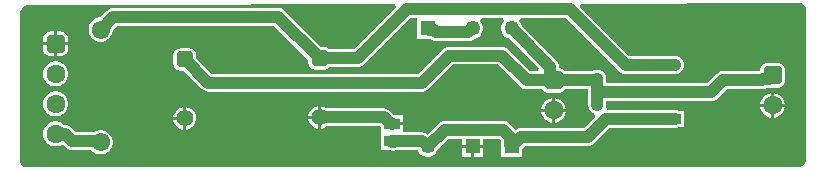
<source format=gbr>
%TF.GenerationSoftware,Altium Limited,Altium Designer,25.0.2 (28)*%
G04 Layer_Physical_Order=1*
G04 Layer_Color=255*
%FSLAX45Y45*%
%MOMM*%
%TF.SameCoordinates,A0A746A1-3CD2-44F8-AC9A-FD4DD348DB9E*%
%TF.FilePolarity,Positive*%
%TF.FileFunction,Copper,L1,Top,Signal*%
%TF.Part,Single*%
G01*
G75*
%TA.AperFunction,SMDPad,CuDef*%
%ADD10R,1.35000X0.95000*%
G04:AMPARAMS|DCode=11|XSize=1.00429mm|YSize=3.18213mm|CornerRadius=0.43687mm|HoleSize=0mm|Usage=FLASHONLY|Rotation=180.000|XOffset=0mm|YOffset=0mm|HoleType=Round|Shape=RoundedRectangle|*
%AMROUNDEDRECTD11*
21,1,1.00429,2.30840,0,0,180.0*
21,1,0.13056,3.18213,0,0,180.0*
1,1,0.87373,-0.06528,1.15420*
1,1,0.87373,0.06528,1.15420*
1,1,0.87373,0.06528,-1.15420*
1,1,0.87373,-0.06528,-1.15420*
%
%ADD11ROUNDEDRECTD11*%
G04:AMPARAMS|DCode=12|XSize=1.00429mm|YSize=0.87213mm|CornerRadius=0.43606mm|HoleSize=0mm|Usage=FLASHONLY|Rotation=180.000|XOffset=0mm|YOffset=0mm|HoleType=Round|Shape=RoundedRectangle|*
%AMROUNDEDRECTD12*
21,1,1.00429,0.00000,0,0,180.0*
21,1,0.13216,0.87213,0,0,180.0*
1,1,0.87213,-0.06608,0.00000*
1,1,0.87213,0.06608,0.00000*
1,1,0.87213,0.06608,0.00000*
1,1,0.87213,-0.06608,0.00000*
%
%ADD12ROUNDEDRECTD12*%
%ADD13R,1.00429X0.87213*%
%TA.AperFunction,Conductor*%
%ADD14C,1.00000*%
%TA.AperFunction,TestPad*%
%ADD15C,1.40000*%
%TA.AperFunction,ComponentPad*%
G04:AMPARAMS|DCode=16|XSize=1.4mm|YSize=1.4mm|CornerRadius=0.35mm|HoleSize=0mm|Usage=FLASHONLY|Rotation=90.000|XOffset=0mm|YOffset=0mm|HoleType=Round|Shape=RoundedRectangle|*
%AMROUNDEDRECTD16*
21,1,1.40000,0.70000,0,0,90.0*
21,1,0.70000,1.40000,0,0,90.0*
1,1,0.70000,0.35000,0.35000*
1,1,0.70000,0.35000,-0.35000*
1,1,0.70000,-0.35000,-0.35000*
1,1,0.70000,-0.35000,0.35000*
%
%ADD16ROUNDEDRECTD16*%
%ADD17C,1.60000*%
G04:AMPARAMS|DCode=18|XSize=1.6mm|YSize=1.6mm|CornerRadius=0.4mm|HoleSize=0mm|Usage=FLASHONLY|Rotation=270.000|XOffset=0mm|YOffset=0mm|HoleType=Round|Shape=RoundedRectangle|*
%AMROUNDEDRECTD18*
21,1,1.60000,0.80000,0,0,270.0*
21,1,0.80000,1.60000,0,0,270.0*
1,1,0.80000,-0.40000,-0.40000*
1,1,0.80000,-0.40000,0.40000*
1,1,0.80000,0.40000,0.40000*
1,1,0.80000,0.40000,-0.40000*
%
%ADD18ROUNDEDRECTD18*%
%ADD19C,1.25000*%
%ADD20R,1.25000X1.25000*%
%ADD21C,1.40000*%
%ADD22C,1.55000*%
G36*
X12538276Y8171066D02*
X12552566Y8156776D01*
X12560300Y8138105D01*
Y8128000D01*
Y6858000D01*
Y6845369D01*
X12550633Y6822030D01*
X12532770Y6804167D01*
X12509431Y6794500D01*
X5946195D01*
X5927524Y6802234D01*
X5913234Y6816524D01*
X5905500Y6835195D01*
Y6845300D01*
Y8077198D01*
X5905501Y8077198D01*
X5905500Y8077199D01*
X5908427Y8100675D01*
X5908916Y8103130D01*
X5915617Y8119309D01*
X5925346Y8133870D01*
X5937728Y8146253D01*
X5952289Y8155982D01*
X5968468Y8162684D01*
X5985644Y8166100D01*
X5994400Y8166099D01*
X6629400Y8166100D01*
X9084807Y8171461D01*
X9094553Y8148005D01*
X8736198Y7789650D01*
X8525713D01*
X8524046Y7792145D01*
X8504067Y7805494D01*
X8480500Y7810182D01*
X8456468D01*
X8148375Y8118276D01*
X8132624Y8130362D01*
X8114282Y8137959D01*
X8094599Y8140551D01*
X6698498D01*
X6678815Y8137959D01*
X6660473Y8130362D01*
X6644722Y8118276D01*
X6586648Y8060202D01*
X6577753D01*
X6551582Y8053189D01*
X6528118Y8039642D01*
X6508960Y8020484D01*
X6495412Y7997020D01*
X6488400Y7970849D01*
Y7943755D01*
X6495412Y7917584D01*
X6508960Y7894120D01*
X6528118Y7874961D01*
X6551582Y7861414D01*
X6577753Y7854402D01*
X6604847D01*
X6631018Y7861414D01*
X6654482Y7874961D01*
X6673640Y7894120D01*
X6687188Y7917584D01*
X6694200Y7943755D01*
Y7952650D01*
X6729999Y7988449D01*
X8063098D01*
X8348917Y7702631D01*
Y7678599D01*
X8353605Y7655032D01*
X8366954Y7635053D01*
X8386933Y7621704D01*
X8410500Y7617016D01*
X8480500D01*
X8504067Y7621704D01*
X8524046Y7635053D01*
X8525713Y7637548D01*
X8767699D01*
X8787382Y7640140D01*
X8805724Y7647737D01*
X8821475Y7659823D01*
X9213601Y8051949D01*
X9272000D01*
Y7879699D01*
X9367459D01*
X9372400Y7879049D01*
X9383296D01*
X9392953Y7871638D01*
X9400551Y7868491D01*
X9411295Y7864041D01*
X9430979Y7861449D01*
X9704036D01*
X9723720Y7864041D01*
X9742062Y7871638D01*
X9752617Y7879738D01*
X9774828Y7885689D01*
X9794872Y7897262D01*
X9811237Y7913627D01*
X9822810Y7933671D01*
X9828800Y7956027D01*
Y7979171D01*
X9822810Y8001527D01*
X9811237Y8021571D01*
X9806259Y8026549D01*
X9816780Y8051949D01*
X9995221D01*
X10005742Y8026549D01*
X10000763Y8021570D01*
X9989190Y8001526D01*
X9983200Y7979170D01*
Y7956026D01*
X9989190Y7933670D01*
X10000763Y7913626D01*
X10017128Y7897261D01*
X10037172Y7885688D01*
X10048491Y7882655D01*
X10302696Y7628451D01*
X10292174Y7603051D01*
X10230399D01*
X10041974Y7791476D01*
X10026224Y7803562D01*
X10007882Y7811159D01*
X9988198Y7813750D01*
X9544402D01*
X9524718Y7811159D01*
X9513974Y7806709D01*
X9506376Y7803562D01*
X9490626Y7791476D01*
X9282501Y7583351D01*
X7531603D01*
X7399083Y7715871D01*
Y7739902D01*
X7394395Y7763469D01*
X7381046Y7783448D01*
X7361067Y7796797D01*
X7337500Y7801485D01*
X7267500D01*
X7243933Y7796797D01*
X7223954Y7783448D01*
X7210605Y7763469D01*
X7205917Y7739902D01*
Y7669902D01*
X7210605Y7646335D01*
X7223954Y7626356D01*
X7243933Y7613007D01*
X7267500Y7608319D01*
X7291532D01*
X7446326Y7453524D01*
X7462077Y7441438D01*
X7480419Y7433841D01*
X7500102Y7431249D01*
X9314002D01*
X9333685Y7433841D01*
X9352027Y7441438D01*
X9367778Y7453524D01*
X9575903Y7661649D01*
X9956697D01*
X10145122Y7473224D01*
X10160873Y7461138D01*
X10168470Y7457991D01*
X10179215Y7453541D01*
X10198898Y7450949D01*
X10331928D01*
X10340056Y7440356D01*
X10353718Y7429873D01*
X10369627Y7423283D01*
X10386700Y7421036D01*
X10466700D01*
X10483773Y7423283D01*
X10499682Y7429873D01*
X10513344Y7440356D01*
X10521472Y7450949D01*
X10719489D01*
Y7314080D01*
X10721864Y7296045D01*
X10728825Y7279239D01*
X10739899Y7264807D01*
X10754331Y7253733D01*
X10771137Y7246772D01*
X10771537Y7246719D01*
X10780641Y7219901D01*
X10683713Y7122973D01*
X10150422D01*
X10130739Y7120382D01*
X10112397Y7112784D01*
X10105547Y7107528D01*
X10053797Y7159277D01*
X10038047Y7171363D01*
X10019705Y7178960D01*
X10000021Y7181552D01*
X9504565D01*
X9484881Y7178960D01*
X9474137Y7174510D01*
X9466540Y7171363D01*
X9450789Y7159277D01*
X9359503Y7067991D01*
X9347163Y7077461D01*
X9328821Y7085058D01*
X9309137Y7087650D01*
X9172965D01*
X9148000Y7088701D01*
Y7148901D01*
X9055100D01*
Y7174301D01*
X9148000D01*
Y7234501D01*
X9079669D01*
X9072283Y7237561D01*
X9071603Y7237650D01*
X9041877Y7267376D01*
X9026127Y7279462D01*
X9007785Y7287059D01*
X8988101Y7289651D01*
X8504365D01*
X8504077Y7289939D01*
X8482323Y7302498D01*
X8458200Y7308962D01*
Y7213600D01*
Y7118238D01*
X8482323Y7124702D01*
X8504077Y7137261D01*
X8504365Y7137549D01*
X8956600D01*
X8962200Y7131950D01*
Y7109899D01*
X8962200Y7088702D01*
X8962199D01*
Y7084498D01*
X8962200D01*
Y6938699D01*
X9030532D01*
X9037916Y6935640D01*
X9057599Y6933049D01*
X9072601D01*
X9091586Y6935548D01*
X9277488D01*
X9277990Y6933673D01*
X9289563Y6913629D01*
X9305928Y6897264D01*
X9325972Y6885691D01*
X9348328Y6879701D01*
X9371472D01*
X9393828Y6885691D01*
X9413872Y6897264D01*
X9430237Y6913629D01*
X9441810Y6933673D01*
X9442366Y6935751D01*
X9536066Y7029451D01*
X9653000D01*
Y6980301D01*
X9740900D01*
X9828800D01*
Y7029451D01*
X9968520D01*
X9982550Y7015421D01*
Y6980100D01*
X9983200Y6975159D01*
Y6879700D01*
X10159000D01*
Y6947948D01*
X10181924Y6970872D01*
X10715214D01*
X10734897Y6973463D01*
X10753239Y6981060D01*
X10768990Y6993147D01*
X10900293Y7124449D01*
X11454700D01*
X11474383Y7127041D01*
X11485133Y7131493D01*
X11530315D01*
Y7197187D01*
X11530751Y7200500D01*
X11530315Y7203813D01*
Y7269506D01*
X11485133D01*
X11474383Y7273959D01*
X11454700Y7276551D01*
X10888954D01*
X10880115Y7285424D01*
X10870314Y7301951D01*
X10871911Y7314080D01*
Y7353449D01*
X11760200D01*
X11779883Y7356041D01*
X11798225Y7363638D01*
X11813976Y7375724D01*
X11893301Y7455049D01*
X12192321D01*
X12212005Y7457641D01*
X12225304Y7463149D01*
X12250900D01*
X12251556Y7463236D01*
X12320900D01*
X12337973Y7465483D01*
X12353882Y7472073D01*
X12367544Y7482556D01*
X12378027Y7496218D01*
X12384617Y7512127D01*
X12386864Y7529200D01*
Y7609200D01*
X12384617Y7626273D01*
X12378027Y7642182D01*
X12367544Y7655844D01*
X12353882Y7666327D01*
X12337973Y7672917D01*
X12320900Y7675164D01*
X12240900D01*
X12223827Y7672917D01*
X12207918Y7666327D01*
X12194256Y7655844D01*
X12183773Y7642182D01*
X12177183Y7626273D01*
X12175083Y7610317D01*
X12167439Y7607151D01*
X11861800D01*
X11842117Y7604559D01*
X11823775Y7596962D01*
X11808024Y7584876D01*
X11728699Y7505551D01*
X10871911D01*
Y7544920D01*
X10869536Y7562955D01*
X10862575Y7579761D01*
X10851501Y7594193D01*
X10837069Y7605267D01*
X10820263Y7612228D01*
X10802228Y7614603D01*
X10789172D01*
X10771137Y7612228D01*
X10754331Y7605267D01*
X10751442Y7603051D01*
X10521472D01*
X10513344Y7613644D01*
X10499682Y7624127D01*
X10483773Y7630717D01*
X10472751Y7632168D01*
Y7641998D01*
X10470159Y7661681D01*
X10465709Y7672426D01*
X10462562Y7680023D01*
X10450476Y7695774D01*
X10156043Y7990207D01*
X10153010Y8001526D01*
X10141437Y8021570D01*
X10136458Y8026549D01*
X10146979Y8051949D01*
X10535299D01*
X10982524Y7604724D01*
X10998275Y7592638D01*
X11016617Y7585041D01*
X11036300Y7582449D01*
X11454700D01*
X11474383Y7585041D01*
X11492725Y7592638D01*
X11508476Y7604724D01*
X11520562Y7620475D01*
X11528159Y7638817D01*
X11528305Y7639922D01*
X11528538Y7640486D01*
X11530910Y7658500D01*
X11528538Y7676514D01*
X11528305Y7677078D01*
X11528159Y7678184D01*
X11520562Y7696525D01*
X11508476Y7712276D01*
X11492725Y7724362D01*
X11474383Y7731959D01*
X11454700Y7734551D01*
X11067801D01*
X10650927Y8151425D01*
X10660622Y8174902D01*
X12446000Y8178800D01*
X12519605D01*
X12538276Y8171066D01*
D02*
G37*
%LPC*%
G36*
X6250300Y7941864D02*
X6223000D01*
Y7848600D01*
X6316264D01*
Y7875900D01*
X6314017Y7892973D01*
X6307427Y7908882D01*
X6296944Y7922544D01*
X6283282Y7933027D01*
X6267373Y7939617D01*
X6250300Y7941864D01*
D02*
G37*
G36*
X6197600D02*
X6170300D01*
X6153227Y7939617D01*
X6137318Y7933027D01*
X6123656Y7922544D01*
X6113173Y7908882D01*
X6106583Y7892973D01*
X6104336Y7875900D01*
Y7848600D01*
X6197600D01*
Y7941864D01*
D02*
G37*
G36*
X6316264Y7823200D02*
X6223000D01*
Y7729936D01*
X6250300D01*
X6267373Y7732183D01*
X6283282Y7738773D01*
X6296944Y7749256D01*
X6307427Y7762918D01*
X6314017Y7778827D01*
X6316264Y7795900D01*
Y7823200D01*
D02*
G37*
G36*
X6197600D02*
X6104336D01*
Y7795900D01*
X6106583Y7778827D01*
X6113173Y7762918D01*
X6123656Y7749256D01*
X6137318Y7738773D01*
X6153227Y7732183D01*
X6170300Y7729936D01*
X6197600D01*
Y7823200D01*
D02*
G37*
G36*
X6224176Y7687300D02*
X6196424D01*
X6169617Y7680117D01*
X6145583Y7666241D01*
X6125959Y7646617D01*
X6112083Y7622583D01*
X6104900Y7595776D01*
Y7568024D01*
X6112083Y7541217D01*
X6125959Y7517183D01*
X6145583Y7497559D01*
X6169617Y7483683D01*
X6196424Y7476500D01*
X6224176D01*
X6250983Y7483683D01*
X6275017Y7497559D01*
X6294641Y7517183D01*
X6308517Y7541217D01*
X6315700Y7568024D01*
Y7595776D01*
X6308517Y7622583D01*
X6294641Y7646617D01*
X6275017Y7666241D01*
X6250983Y7680117D01*
X6224176Y7687300D01*
D02*
G37*
G36*
X12294776Y7420600D02*
X12293600D01*
Y7327900D01*
X12386300D01*
Y7329076D01*
X12379117Y7355883D01*
X12365241Y7379917D01*
X12345617Y7399541D01*
X12321583Y7413417D01*
X12294776Y7420600D01*
D02*
G37*
G36*
X12268200D02*
X12267024D01*
X12240217Y7413417D01*
X12216183Y7399541D01*
X12196559Y7379917D01*
X12182683Y7355883D01*
X12175500Y7329076D01*
Y7327900D01*
X12268200D01*
Y7420600D01*
D02*
G37*
G36*
X10440576Y7378400D02*
X10439400D01*
Y7285700D01*
X10532100D01*
Y7286876D01*
X10524917Y7313683D01*
X10511041Y7337717D01*
X10491417Y7357341D01*
X10467383Y7371217D01*
X10440576Y7378400D01*
D02*
G37*
G36*
X10414000D02*
X10412824D01*
X10386017Y7371217D01*
X10361983Y7357341D01*
X10342359Y7337717D01*
X10328483Y7313683D01*
X10321300Y7286876D01*
Y7285700D01*
X10414000D01*
Y7378400D01*
D02*
G37*
G36*
X8432800Y7308962D02*
X8408677Y7302498D01*
X8386923Y7289939D01*
X8369161Y7272177D01*
X8356602Y7250423D01*
X8350138Y7226300D01*
X8432800D01*
Y7308962D01*
D02*
G37*
G36*
X6224176Y7433300D02*
X6196424D01*
X6169617Y7426117D01*
X6145583Y7412241D01*
X6125959Y7392617D01*
X6112083Y7368583D01*
X6104900Y7341776D01*
Y7314024D01*
X6112083Y7287217D01*
X6125959Y7263183D01*
X6145583Y7243559D01*
X6169617Y7229683D01*
X6196424Y7222500D01*
X6224176D01*
X6250983Y7229683D01*
X6275017Y7243559D01*
X6294641Y7263183D01*
X6308517Y7287217D01*
X6315700Y7314024D01*
Y7341776D01*
X6308517Y7368583D01*
X6294641Y7392617D01*
X6275017Y7412241D01*
X6250983Y7426117D01*
X6224176Y7433300D01*
D02*
G37*
G36*
X7289800Y7300260D02*
X7265677Y7293796D01*
X7243923Y7281237D01*
X7226161Y7263475D01*
X7213602Y7241721D01*
X7207138Y7217598D01*
X7289800D01*
Y7300260D01*
D02*
G37*
G36*
X12386300Y7302500D02*
X12293600D01*
Y7209800D01*
X12294776D01*
X12321583Y7216983D01*
X12345617Y7230859D01*
X12365241Y7250483D01*
X12379117Y7274517D01*
X12386300Y7301324D01*
Y7302500D01*
D02*
G37*
G36*
X12268200D02*
X12175500D01*
Y7301324D01*
X12182683Y7274517D01*
X12196559Y7250483D01*
X12216183Y7230859D01*
X12240217Y7216983D01*
X12267024Y7209800D01*
X12268200D01*
Y7302500D01*
D02*
G37*
G36*
X10532100Y7260300D02*
X10439400D01*
Y7167600D01*
X10440576D01*
X10467383Y7174783D01*
X10491417Y7188659D01*
X10511041Y7208283D01*
X10524917Y7232317D01*
X10532100Y7259124D01*
Y7260300D01*
D02*
G37*
G36*
X10414000D02*
X10321300D01*
Y7259124D01*
X10328483Y7232317D01*
X10342359Y7208283D01*
X10361983Y7188659D01*
X10386017Y7174783D01*
X10412824Y7167600D01*
X10414000D01*
Y7260300D01*
D02*
G37*
G36*
X8432800Y7200900D02*
X8350138D01*
X8356602Y7176777D01*
X8369161Y7155023D01*
X8386923Y7137261D01*
X8408677Y7124702D01*
X8432800Y7118238D01*
Y7200900D01*
D02*
G37*
G36*
X7315200Y7300260D02*
Y7204898D01*
Y7109536D01*
X7339323Y7115999D01*
X7361077Y7128559D01*
X7378839Y7146321D01*
X7391398Y7168075D01*
X7397900Y7192338D01*
Y7198007D01*
X7399953Y7213600D01*
X7397361Y7233283D01*
X7389764Y7251625D01*
X7377678Y7267376D01*
X7365901Y7276413D01*
X7361077Y7281237D01*
X7339323Y7293796D01*
X7315200Y7300260D01*
D02*
G37*
G36*
X7289800Y7192198D02*
X7207138D01*
X7213602Y7168075D01*
X7226161Y7146321D01*
X7243923Y7128559D01*
X7265677Y7115999D01*
X7289800Y7109536D01*
Y7192198D01*
D02*
G37*
G36*
X6224176Y7179300D02*
X6196424D01*
X6169617Y7172117D01*
X6145583Y7158241D01*
X6125959Y7138617D01*
X6112083Y7114583D01*
X6104900Y7087776D01*
Y7060024D01*
X6112083Y7033217D01*
X6125959Y7009183D01*
X6145583Y6989559D01*
X6169617Y6975683D01*
X6196424Y6968500D01*
X6224176D01*
X6250983Y6975683D01*
X6269824Y6986561D01*
X6297324Y6959060D01*
X6313075Y6946974D01*
X6320672Y6943827D01*
X6331417Y6939377D01*
X6351100Y6936785D01*
X6512291D01*
X6528118Y6920958D01*
X6551582Y6907411D01*
X6577753Y6900398D01*
X6604847D01*
X6631018Y6907411D01*
X6654482Y6920958D01*
X6673640Y6940116D01*
X6687188Y6963580D01*
X6694200Y6989751D01*
Y7016845D01*
X6687188Y7043016D01*
X6673640Y7066480D01*
X6654482Y7085639D01*
X6631018Y7099186D01*
X6604847Y7106198D01*
X6577753D01*
X6551582Y7099186D01*
X6533744Y7088887D01*
X6382601D01*
X6343812Y7127676D01*
X6328061Y7139762D01*
X6309719Y7147359D01*
X6290036Y7149951D01*
X6283307D01*
X6275017Y7158241D01*
X6250983Y7172117D01*
X6224176Y7179300D01*
D02*
G37*
G36*
X9828800Y6954901D02*
X9753600D01*
Y6879701D01*
X9828800D01*
Y6954901D01*
D02*
G37*
G36*
X9728200D02*
X9653000D01*
Y6879701D01*
X9728200D01*
Y6954901D01*
D02*
G37*
%LPD*%
D10*
X9055100Y7011599D02*
D03*
Y7161601D02*
D03*
D11*
X10795700Y7429500D02*
D03*
D12*
X11454700Y7658500D02*
D03*
Y7429500D02*
D03*
D13*
Y7200500D02*
D03*
D14*
X7302500Y7192198D02*
X7323902Y7213600D01*
X8445500D02*
X8988101D01*
X9037600Y7164101D01*
X9052600D01*
X9055100Y7161601D01*
Y7011599D02*
X9057599Y7009100D01*
X9072601D01*
X6698498Y8064500D02*
X8094599D01*
X6591300Y7957302D02*
X6698498Y8064500D01*
X8094599D02*
X8445500Y7713599D01*
X11036300Y7658500D02*
X11454700D01*
X9182100Y8128000D02*
X10566800D01*
X11036300Y7658500D01*
X10058600Y6980100D02*
Y7046922D01*
X10083600Y6980100D02*
X10150422Y7046922D01*
X10715214D02*
X10868791Y7200500D01*
X10150422Y7046922D02*
X10715214D01*
X9504565Y7105501D02*
X10000021D01*
X10058600Y6980100D02*
X10071100Y6967600D01*
X10000021Y7105501D02*
X10058600Y7046922D01*
X9359900Y6967601D02*
X9366665D01*
X9504565Y7105501D01*
X10198898Y7527000D02*
X10426700D01*
X9988198Y7737700D02*
X10198898Y7527000D01*
X10396700Y7557000D02*
X10426700Y7527000D01*
X10071100Y7967598D02*
X10396700Y7641998D01*
Y7557000D02*
Y7641998D01*
X8445500Y7713599D02*
X8767699D01*
X9182100Y8128000D01*
X9055100Y7011599D02*
X9309137D01*
X10868791Y7200500D02*
X11454700D01*
X9430979Y7937500D02*
X9704036D01*
X9734135Y7967599D01*
X9740900D01*
X9359900D02*
X9372400Y7955099D01*
X9413379D01*
X9430979Y7937500D01*
X9544402Y7737700D02*
X9988198D01*
X9314002Y7507300D02*
X9544402Y7737700D01*
X7500102Y7507300D02*
X9314002D01*
X7302500Y7704902D02*
X7500102Y7507300D01*
X10795700Y7429500D02*
X11454700D01*
X10795700D02*
Y7526785D01*
X10426700Y7527000D02*
X10795485D01*
X10795700Y7526785D01*
X12269800Y7304100D02*
X12280900Y7315200D01*
X11454700Y7429500D02*
X11760200D01*
X11861800Y7531100D01*
X12192321D01*
X12200421Y7539200D02*
X12250900D01*
X12280900Y7569200D01*
X12192321Y7531100D02*
X12200421Y7539200D01*
X6351100Y7012836D02*
X6569062D01*
X6273800Y7073900D02*
X6290036D01*
X6569062Y7012836D02*
X6578600Y7003298D01*
X6290036Y7073900D02*
X6351100Y7012836D01*
D15*
X8445500Y7213600D02*
D03*
D16*
Y7713599D02*
D03*
X7302500Y7704902D02*
D03*
D17*
X10426700Y7273000D02*
D03*
X12280900Y7315200D02*
D03*
X6210300Y7581900D02*
D03*
Y7327900D02*
D03*
Y7073900D02*
D03*
D18*
X10426700Y7527000D02*
D03*
X12280900Y7569200D02*
D03*
X6210300Y7835900D02*
D03*
D19*
X10071100Y7967598D02*
D03*
X9359900Y6967601D02*
D03*
X9740900Y7967599D02*
D03*
D20*
X10071100Y6967600D02*
D03*
X9359900Y7967599D02*
D03*
X9740900Y6967601D02*
D03*
D21*
X7302500Y7204898D02*
D03*
D22*
X6591300Y7957302D02*
D03*
Y7003298D02*
D03*
%TF.MD5,7371ff84991983938775d711834ab611*%
M02*

</source>
